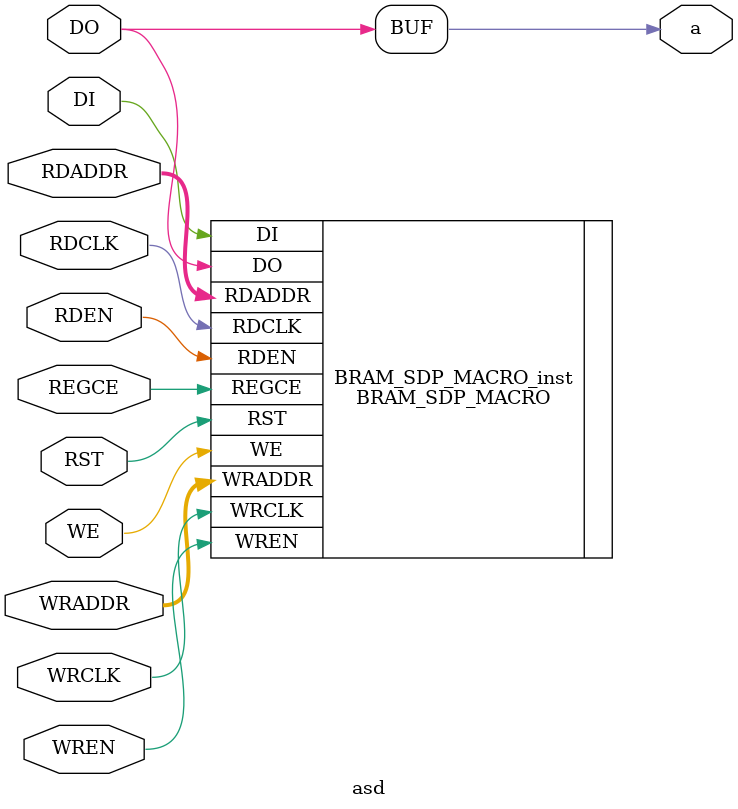
<source format=v>
`timescale 1ns / 1ps



module asd(
output wire a,
input wire DO,
input wire DI,
input wire [5:0] RDADDR,
input wire RDCLK,
input wire REGCE,
input wire RST,
input wire WE,
input wire RDEN,
input wire [5:0] WRADDR,
input wire WRCLK,
input wire WREN
);

   BRAM_SDP_MACRO #(
      .BRAM_SIZE("18Kb"), // Target BRAM, "9Kb" or "18Kb" 
      .DEVICE("SPARTAN6"), // Target device: "VIRTEX5", "VIRTEX6", "SPARTAN6" 
      .WRITE_WIDTH(1),    // Valid values are 1-36
      .READ_WIDTH(1),     // Valid values are 1-36
      .DO_REG(0),         // Optional output register (0 or 1)
      .INIT_FILE ("NONE"),
      .SIM_COLLISION_CHECK ("ALL"), // Collision check enable "ALL", "WARNING_ONLY", 
                                    //   "GENERATE_X_ONLY" or "NONE" 
      .SRVAL(72'h000000000000000000), // Set/Reset value for port output
      .INIT(72'h000000000000000000),  // Initial values on output port
 //     .INIT_00(256'h00000000000000000000000000000000000000000000000000000000ffffffff),
      .INIT_00(256'hffffffffffffffffffffffffffffffffffffffffffffffffffffffffffffffff),
      .INIT_01(256'hffffffffffffffffffffffffffffffffffffffffffffffffffffffffffffffff),
      .INIT_02(256'hffffffffffffffffffffffffffffffffffffffffffffffffffffffffffffffff),
      .INIT_03(256'hffffffffffffffffffffffffffffffffffffffffffffffffffffffffffffffff),
      .INIT_04(256'hffffffffffffffffffffffffffffffffffffffffffffffffffffffffffffffff),
      .INIT_05(256'hffffffffffffffffffffffffffffffffffffffffffffffffffffffffffffffff),
      .INIT_06(256'hffffffffffffffffffffffffffffffffffffffffffffffffffffffffffffffff),
      .INIT_07(256'hffffffffffffffffffffffffffffffffffffffffffffffffffffffffffffffff),
      .INIT_08(256'hffffffffffffffffffffffffffffffffffffffffffffffffffffffffffffffff),
      .INIT_09(256'hffffffffffffffffffffffffffffffffffffffffffffffffffffffffffffffff),
      .INIT_0A(256'hffffffffffffffffffffffffffffffffffffffffffffffffffffffffffffffff),
      .INIT_0B(256'hffffffffffffffffffffffffffffffffffffffffffffffffffffffffffffffff),
      .INIT_0C(256'h0000000000000000000000000000000000000000000000000000000000000000),
      .INIT_0D(256'h0000000000000000000000000000000000000000000000000000000000000000),
      .INIT_0E(256'h0000000000000000000000000000000000000000000000000000000000000000),
      .INIT_0F(256'h0000000000000000000000000000000000000000000000000000000000000000),
      .INIT_10(256'h0000000000000000000000000000000000000000000000000000000000000000),
      .INIT_11(256'h0000000000000000000000000000000000000000000000000000000000000000),
      .INIT_12(256'h0000000000000000000000000000000000000000000000000000000000000000),
      .INIT_13(256'h0000000000000000000000000000000000000000000000000000000000000000),
      .INIT_14(256'h0000000000000000000000000000000000000000000000000000000000000000),
      .INIT_15(256'h0000000000000000000000000000000000000000000000000000000000000000),
      .INIT_16(256'h0000000000000000000000000000000000000000000000000000000000000000),
      .INIT_17(256'h0000000000000000000000000000000000000000000000000000000000000000),
      .INIT_18(256'h0000000000000000000000000000000000000000000000000000000000000000),
      .INIT_19(256'h0000000000000000000000000000000000000000000000000000000000000000),
      .INIT_1A(256'h0000000000000000000000000000000000000000000000000000000000000000),
      .INIT_1B(256'h0000000000000000000000000000000000000000000000000000000000000000),
      .INIT_1C(256'h0000000000000000000000000000000000000000000000000000000000000000),
      .INIT_1D(256'h0000000000000000000000000000000000000000000000000000000000000000),
      .INIT_1E(256'h0000000000000000000000000000000000000000000000000000000000000000),
      .INIT_1F(256'h0000000000000000000000000000000000000000000000000000000000000000),
            
      // The next set of INIT_xx are for "18Kb" configuration only
      .INIT_20(256'h0000000000000000000000000000000000000000000000000000000000000000),
      .INIT_21(256'h0000000000000000000000000000000000000000000000000000000000000000),
      .INIT_22(256'h0000000000000000000000000000000000000000000000000000000000000000),
      .INIT_23(256'h0000000000000000000000000000000000000000000000000000000000000000),
      .INIT_24(256'h0000000000000000000000000000000000000000000000000000000000000000),
      .INIT_25(256'h0000000000000000000000000000000000000000000000000000000000000000),
      .INIT_26(256'h0000000000000000000000000000000000000000000000000000000000000000),
      .INIT_27(256'h0000000000000000000000000000000000000000000000000000000000000000),
      .INIT_28(256'h0000000000000000000000000000000000000000000000000000000000000000),
      .INIT_29(256'h0000000000000000000000000000000000000000000000000000000000000000),
      .INIT_2A(256'h0000000000000000000000000000000000000000000000000000000000000000),
      .INIT_2B(256'h0000000000000000000000000000000000000000000000000000000000000000),
      .INIT_2C(256'h0000000000000000000000000000000000000000000000000000000000000000),
      .INIT_2D(256'h0000000000000000000000000000000000000000000000000000000000000000),
      .INIT_2E(256'h0000000000000000000000000000000000000000000000000000000000000000),
      .INIT_2F(256'h0000000000000000000000000000000000000000000000000000000000000000),
      .INIT_30(256'h0000000000000000000000000000000000000000000000000000000000000000),
      .INIT_31(256'h0000000000000000000000000000000000000000000000000000000000000000),
      .INIT_32(256'h0000000000000000000000000000000000000000000000000000000000000000),
      .INIT_33(256'h0000000000000000000000000000000000000000000000000000000000000000),
      .INIT_34(256'h0000000000000000000000000000000000000000000000000000000000000000),
      .INIT_35(256'h0000000000000000000000000000000000000000000000000000000000000000),
      .INIT_36(256'h0000000000000000000000000000000000000000000000000000000000000000),
      .INIT_37(256'h0000000000000000000000000000000000000000000000000000000000000000),
      .INIT_38(256'h0000000000000000000000000000000000000000000000000000000000000000),
      .INIT_39(256'h0000000000000000000000000000000000000000000000000000000000000000),
      .INIT_3A(256'h0000000000000000000000000000000000000000000000000000000000000000),
      .INIT_3B(256'h0000000000000000000000000000000000000000000000000000000000000000),
      .INIT_3C(256'h0000000000000000000000000000000000000000000000000000000000000000),
      .INIT_3D(256'h0000000000000000000000000000000000000000000000000000000000000000),
      .INIT_3E(256'h0000000000000000000000000000000000000000000000000000000000000000),
      .INIT_3F(256'h0000000000000000000000000000000000000000000000000000000000000000),
      
      // The next set of INITP_xx are for the parity bits
      .INITP_00(256'h0000000000000000000000000000000000000000000000000000000000000000),
      .INITP_01(256'h0000000000000000000000000000000000000000000000000000000000000000),
      .INITP_02(256'h0000000000000000000000000000000000000000000000000000000000000000),
      .INITP_03(256'h0000000000000000000000000000000000000000000000000000000000000000),
            
      // The next set of INITP_xx are for "18Kb" configuration only
      .INITP_04(256'h0000000000000000000000000000000000000000000000000000000000000000),
      .INITP_05(256'h0000000000000000000000000000000000000000000000000000000000000000),
      .INITP_06(256'h0000000000000000000000000000000000000000000000000000000000000000),
      .INITP_07(256'h0000000000000000000000000000000000000000000000000000000000000000)
   )

BRAM_SDP_MACRO_inst (
      .DO(DO),         // Output read data port, width defined by READ_WIDTH parameter
      .DI(DI),         // Input write data port, width defined by WRITE_WIDTH parameter
      .RDADDR(RDADDR), // Input read address, width defined by read port depth
      .RDCLK(RDCLK),   // 1-bit input read clock
      .RDEN(RDEN),     // 1-bit input read port enable
      .REGCE(REGCE),   // 1-bit input read output register enable
      .RST(RST),       // 1-bit input reset      
      .WE(WE),         // Input write enable, width defined by write port depth
      .WRADDR(WRADDR), // Input write address, width defined by write port depth
      .WRCLK(WRCLK),   // 1-bit input write clock
      .WREN(WREN)      // 1-bit input write port enable
   );

assign a = DO;
endmodule 

</source>
